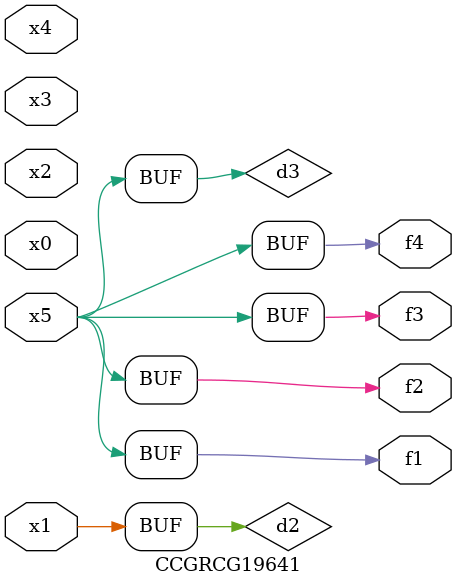
<source format=v>
module CCGRCG19641(
	input x0, x1, x2, x3, x4, x5,
	output f1, f2, f3, f4
);

	wire d1, d2, d3;

	not (d1, x5);
	or (d2, x1);
	xnor (d3, d1);
	assign f1 = d3;
	assign f2 = d3;
	assign f3 = d3;
	assign f4 = d3;
endmodule

</source>
